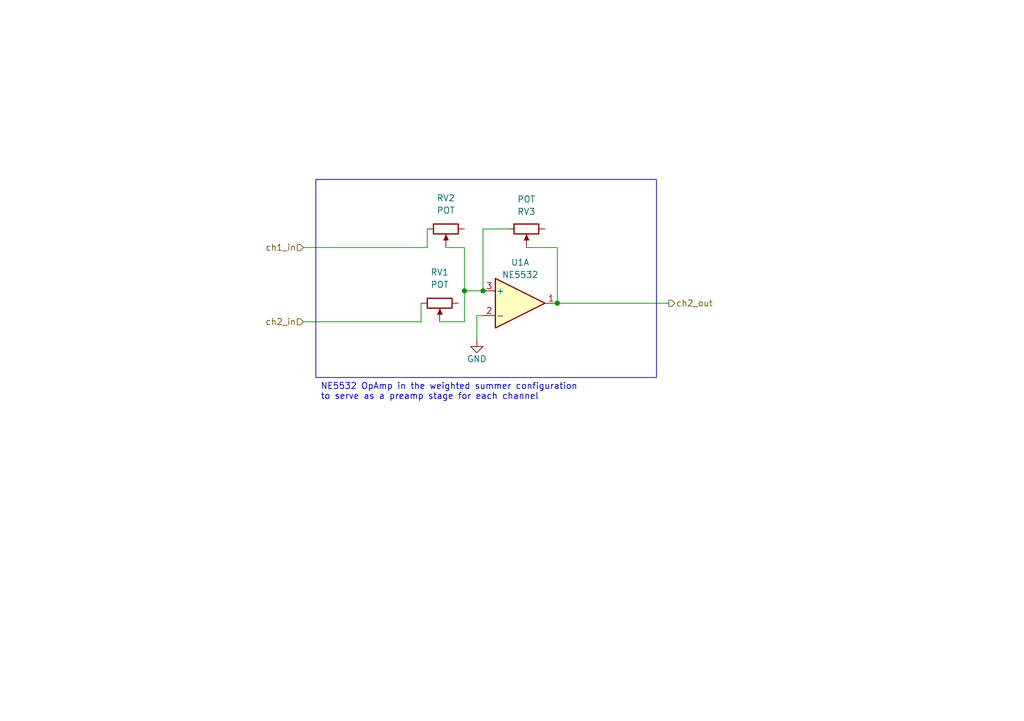
<source format=kicad_sch>
(kicad_sch (version 20231120) (generator "eeschema") (generator_version "8.0")
  (paper "A5")
  (lib_symbols
    (symbol "Amplifier_Operational:NE5532" (pin_names (offset 0.127))
      (property "Reference" "U" (at 0 5.08 0))
      (property "Value" "NE5532" (at 0 -5.08 0))
      (symbol "NE5532_1_1"
        (polyline (pts (xy -5.08 5.08) (xy 5.08 0) (xy -5.08 -5.08) (xy -5.08 5.08)) (stroke (width 0.254)) (fill (type background)))
        (pin output line (at 7.62 0 180) (length 2.54) (name "~") (number "1"))
        (pin input line (at -7.62 -2.54 0) (length 2.54) (name "-") (number "2"))
        (pin input line (at -7.62 2.54 0) (length 2.54) (name "+") (number "3"))
      )
      (symbol "NE5532_2_1"
        (polyline (pts (xy -5.08 5.08) (xy 5.08 0) (xy -5.08 -5.08) (xy -5.08 5.08)) (stroke (width 0.254)) (fill (type background)))
        (pin input line (at -7.62 2.54 0) (length 2.54) (name "+") (number "5"))
        (pin input line (at -7.62 -2.54 0) (length 2.54) (name "-") (number "6"))
        (pin output line (at 7.62 0 180) (length 2.54) (name "~") (number "7"))
      )
      (symbol "NE5532_3_1"
        (pin power_in line (at -2.54 -7.62 90) (length 3.81) (name "V-") (number "4"))
        (pin power_in line (at -2.54 7.62 270) (length 3.81) (name "V+") (number "8"))
      )
    )
    (symbol "Eagle_Main:POT" (pin_numbers hide) (pin_names (offset 1.016) hide)
      (property "Reference" "RV" (at -4.445 0 90))
      (property "Value" "POT" (at -2.54 0 90))
      (symbol "POT_0_1"
        (polyline (pts (xy 2.54 0) (xy 1.524 0)))
        (polyline (pts (xy 1.143 0) (xy 2.286 0.508) (xy 2.286 -0.508)) (fill (type outline)))
        (rectangle (start 1.016 2.54) (end -1.016 -2.54) (stroke (width 0.254)))
      )
      (symbol "POT_1_1"
        (pin passive line (at 0 3.81 270) (length 1.27) (name "1") (number "1"))
        (pin passive line (at 3.81 0 180) (length 1.27) (name "2") (number "2"))
        (pin passive line (at 0 -3.81 90) (length 1.27) (name "3") (number "3"))
      )
    )
    (symbol "power:GND" (power) (pin_numbers hide) (pin_names (offset 0) hide)
      (property "Value" "GND" (at 0 -3.81 0))
      (symbol "GND_0_1"
        (polyline (pts (xy 0 0) (xy 0 -1.27) (xy 1.27 -1.27) (xy 0 -2.54) (xy -1.27 -1.27) (xy 0 -1.27)))
      )
      (symbol "GND_1_1"
        (pin power_in line (at 0 0 270) (length 0) (name "~") (number "1"))
      )
    )
  )
  (junction (at 114.3 62.23))
  (junction (at 95.25 59.69))
  (junction (at 99.06 59.69))
  (wire (pts (xy 95.25 66.04) (xy 95.25 59.69)))
  (wire (pts (xy 95.25 59.69) (xy 99.06 59.69)))
  (wire (pts (xy 107.95 50.8) (xy 114.3 50.8)))
  (wire (pts (xy 62.23 66.04) (xy 86.36 66.04)))
  (wire (pts (xy 97.79 64.77) (xy 99.06 64.77)))
  (wire (pts (xy 91.44 50.8) (xy 95.25 50.8)))
  (wire (pts (xy 114.3 50.8) (xy 114.3 62.23)))
  (wire (pts (xy 62.23 50.8) (xy 87.63 50.8)))
  (wire (pts (xy 90.17 66.04) (xy 95.25 66.04)))
  (wire (pts (xy 97.79 69.85) (xy 97.79 64.77)))
  (wire (pts (xy 99.06 46.99) (xy 99.06 59.69)))
  (wire (pts (xy 87.63 46.99) (xy 87.63 50.8)))
  (wire (pts (xy 95.25 50.8) (xy 95.25 59.69)))
  (wire (pts (xy 99.06 46.99) (xy 104.14 46.99)))
  (wire (pts (xy 114.3 62.23) (xy 137.16 62.23)))
  (wire (pts (xy 86.36 66.04) (xy 86.36 62.23)))
  (rectangle (start 64.77 36.83) (end 134.62 77.47))
  (text_box "NE5532 OpAmp in the weighted summer configuration to serve as a preamp stage for each channel\n" (at 64.77 77.47 0) (size 57.15 8.89) (stroke (width -0.0001)) (effects (font (size 1.27 1.27)) (justify left top)))
  (hierarchical_label "ch1_in" (shape input) (at 62.23 50.8 180))
  (hierarchical_label "ch2_out" (shape output) (at 137.16 62.23 0))
  (hierarchical_label "ch2_in" (shape input) (at 62.23 66.04 180))
  (symbol (lib_id "Amplifier_Operational:NE5532") (at 106.68 62.23 0) (unit 1)
    (property "Reference" "U1" (at 106.68 53.848 0))
    (property "Value" "NE5532" (at 106.68 56.388 0))
    (property "Footprint" "NE5532DR:D8" (effects (hide yes)))
    (property "Datasheet" "http://www.ti.com/lit/ds/symlink/ne5532.pdf" (effects (hide yes)))
    (property "Description" "Dual Low-Noise Operational Amplifiers, DIP-8/SOIC-8" (effects (hide yes)))
  )
  (symbol (lib_id "Eagle_Main:POT") (at 90.17 62.23 270) (unit 1)
    (property "Reference" "RV1" (at 90.17 55.88 90))
    (property "Value" "POT" (at 90.17 58.42 90))
  )
  (symbol (lib_id "Eagle_Main:POT") (at 107.95 46.99 270) (unit 1)
    (property "Reference" "RV3" (at 107.95 43.434 90))
    (property "Value" "POT" (at 107.95 40.894 90))
  )
  (symbol (lib_id "Eagle_Main:POT") (at 91.44 46.99 270) (unit 1)
    (property "Reference" "RV2" (at 91.44 40.64 90))
    (property "Value" "POT" (at 91.44 43.18 90))
  )
  (symbol (lib_id "power:GND") (at 97.79 69.85 0) (unit 1)
    (property "Reference" "#PWR01" (effects (hide yes)))
    (property "Value" "GND" (at 97.79 73.66 0))
    (property "Description" "Power symbol creates a global label with name \"GND\" , ground" (effects (hide yes)))
  )
)
</source>
